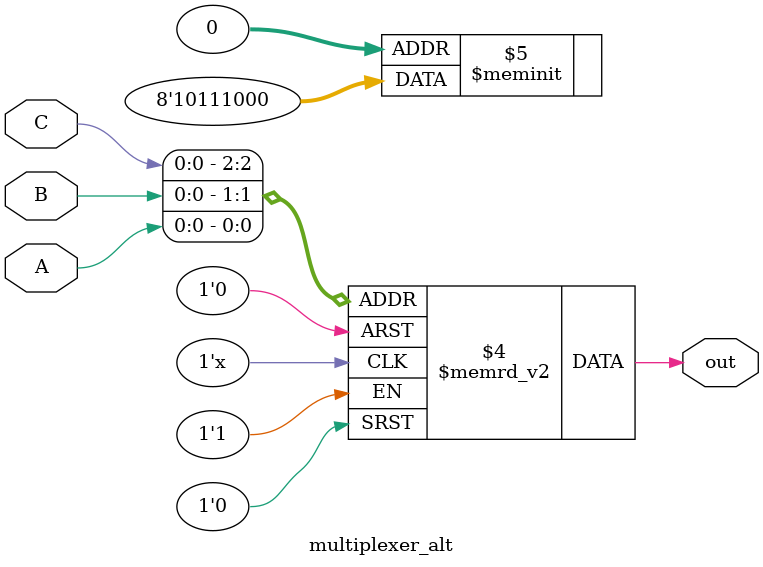
<source format=v>


module multiplexer_alt(output out,input A,B,C);
always@(C,B,A)
 begin
  case({C,B,A})
   3'b000: {out} = 1'b0;
   3'b001: {out} = 1'b0;
   3'b010: {out} = 1'b0;
   3'b011: {out} = 1'b1;
   3'b100: {out} = 1'b1;
   3'b101: {out} = 1'b1;
   3'b110: {out} = 1'b0;
   3'b111: {out} = 1'b1;
  endcase
 end
endmodule


</source>
